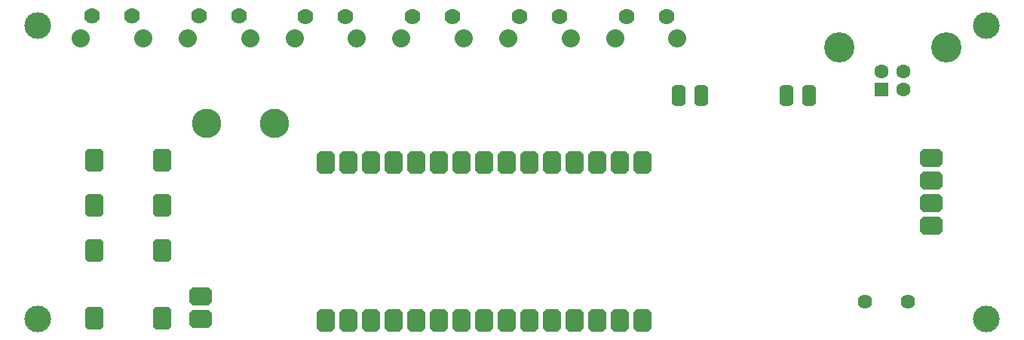
<source format=gbr>
G04 DipTrace 4.1.0.0*
G04 TopMask.gbr*
%MOIN*%
G04 #@! TF.FileFunction,Soldermask,Top*
G04 #@! TF.Part,Single*
%AMOUTLINE1*
4,1,40,
-0.029526,-0.029615,
-0.029529,0.029613,
-0.029296,0.032262,
-0.028587,0.034915,
-0.027425,0.037405,
-0.02585,0.039654,
-0.023908,0.041595,
-0.021659,0.043171,
-0.019169,0.044333,
-0.016517,0.045042,
-0.013867,0.045275,
0.013864,0.045276,
0.016513,0.045044,
0.019166,0.044334,
0.021656,0.043173,
0.023905,0.041597,
0.025847,0.039656,
0.027422,0.037407,
0.028584,0.034917,
0.029294,0.032264,
0.029526,0.029615,
0.029529,-0.029613,
0.029296,-0.032262,
0.028587,-0.034915,
0.027425,-0.037405,
0.02585,-0.039654,
0.023908,-0.041595,
0.021659,-0.043171,
0.019169,-0.044333,
0.016517,-0.045042,
0.013867,-0.045275,
-0.013864,-0.045276,
-0.016513,-0.045044,
-0.019166,-0.044334,
-0.021656,-0.043173,
-0.023905,-0.041597,
-0.025847,-0.039656,
-0.027422,-0.037407,
-0.028584,-0.034917,
-0.029294,-0.032264,
-0.029526,-0.029615,
0*%
%AMOUTLINE4*
4,1,28,
0.018879,-0.049469,
-0.018879,-0.049469,
-0.024117,-0.048779,
-0.029118,-0.046707,
-0.033412,-0.043412,
-0.036707,-0.039118,
-0.038779,-0.034117,
-0.039469,-0.028879,
-0.039469,0.028879,
-0.038779,0.034117,
-0.036707,0.039118,
-0.033412,0.043412,
-0.029118,0.046707,
-0.024117,0.048779,
-0.018879,0.049469,
0.018879,0.049469,
0.024117,0.048779,
0.029118,0.046707,
0.033412,0.043412,
0.036707,0.039118,
0.038779,0.034117,
0.039469,0.028879,
0.039469,-0.028879,
0.038779,-0.034117,
0.036707,-0.039118,
0.033412,-0.043412,
0.029118,-0.046707,
0.024117,-0.048779,
0.018879,-0.049469,
0*%
%AMOUTLINE7*
4,1,28,
0.049469,0.018879,
0.049469,-0.018879,
0.048779,-0.024117,
0.046707,-0.029118,
0.043412,-0.033412,
0.039118,-0.036707,
0.034117,-0.038779,
0.028879,-0.039469,
-0.028879,-0.039469,
-0.034117,-0.038779,
-0.039118,-0.036707,
-0.043412,-0.033412,
-0.046707,-0.029118,
-0.048779,-0.024117,
-0.049469,-0.018879,
-0.049469,0.018879,
-0.048779,0.024117,
-0.046707,0.029118,
-0.043412,0.033412,
-0.039118,0.036707,
-0.034117,0.038779,
-0.028879,0.039469,
0.028879,0.039469,
0.034117,0.038779,
0.039118,0.036707,
0.043412,0.033412,
0.046707,0.029118,
0.048779,0.024117,
0.049469,0.018879,
0*%
%AMOUTLINE10*
4,1,28,
-0.049468,-0.018881,
-0.049469,0.018877,
-0.04878,0.024115,
-0.046708,0.029116,
-0.043413,0.033411,
-0.039119,0.036706,
-0.034118,0.038778,
-0.02888,0.039468,
0.028878,0.039469,
0.034115,0.03878,
0.039117,0.036709,
0.043411,0.033414,
0.046706,0.029119,
0.048778,0.024118,
0.049468,0.018881,
0.049469,-0.018877,
0.04878,-0.024115,
0.046708,-0.029116,
0.043413,-0.033411,
0.039119,-0.036706,
0.034118,-0.038778,
0.02888,-0.039468,
-0.028878,-0.039469,
-0.034115,-0.03878,
-0.039117,-0.036709,
-0.043411,-0.033414,
-0.046706,-0.029119,
-0.048778,-0.024118,
-0.049468,-0.018881,
0*%
%AMOUTLINE13*
4,1,40,
0.019771,-0.051181,
-0.019771,-0.051181,
-0.023447,-0.050859,
-0.027093,-0.049882,
-0.030515,-0.048286,
-0.033609,-0.046122,
-0.036279,-0.043451,
-0.038444,-0.040358,
-0.040039,-0.036936,
-0.041017,-0.03329,
-0.041339,-0.029614,
-0.041339,0.029614,
-0.041017,0.03329,
-0.040039,0.036936,
-0.038444,0.040358,
-0.036279,0.043451,
-0.033609,0.046122,
-0.030515,0.048286,
-0.027093,0.049882,
-0.023447,0.050859,
-0.019771,0.051181,
0.019771,0.051181,
0.023447,0.050859,
0.027093,0.049882,
0.030515,0.048286,
0.033609,0.046122,
0.036279,0.043451,
0.038444,0.040358,
0.040039,0.036936,
0.041017,0.03329,
0.041339,0.029614,
0.041339,-0.029614,
0.041017,-0.03329,
0.040039,-0.036936,
0.038444,-0.040358,
0.036279,-0.043451,
0.033609,-0.046122,
0.030515,-0.048286,
0.027093,-0.049882,
0.023447,-0.050859,
0.019771,-0.051181,
0*%
%ADD26C,0.07*%
%ADD27C,0.08*%
%ADD34C,0.129921*%
%ADD43C,0.11811*%
%ADD55C,0.063937*%
%ADD71C,0.133858*%
%ADD72R,0.062992X0.062992*%
%ADD74C,0.062992*%
%ADD93OUTLINE1*%
%ADD96OUTLINE4*%
%ADD99OUTLINE7*%
%ADD102OUTLINE10*%
%ADD105OUTLINE13*%
%FSLAX26Y26*%
G04*
G70*
G90*
G75*
G01*
G04 TopMask*
%LPD*%
D34*
X1598803Y1414977D3*
X1298803Y1414992D3*
D93*
X3483787Y1540822D3*
X3383787Y1540818D3*
X3961178Y1541113D3*
X3861178Y1541110D3*
D26*
X3329865Y1891100D3*
X3152699D3*
D27*
X3103487Y1792675D3*
X3379096D3*
D26*
X2857440Y1891100D3*
X2680274D3*
D27*
X2631062Y1792675D3*
X2906671D3*
D26*
X2384999Y1891100D3*
X2207833D3*
D27*
X2158621Y1792675D3*
X2434230D3*
D26*
X1912558Y1891100D3*
X1735392D3*
D27*
X1686180Y1792675D3*
X1961789D3*
D26*
X1440126Y1892350D3*
X1262961D3*
D27*
X1213748Y1793925D3*
X1489357D3*
D26*
X967685Y1892350D3*
X790520D3*
D27*
X741307Y1793925D3*
X1016916D3*
D96*
X2325219Y1243626D3*
X2225219D3*
X1925222D3*
X1825222D3*
X2123642D3*
X2023642D3*
X3223644D3*
X3123644D3*
X3023644D3*
X2923644D3*
X2823644D3*
X2723644D3*
X2623644D3*
X2523644D3*
X2423644D3*
D99*
X1272531Y650877D3*
Y550877D3*
D96*
X2325219Y543626D3*
X2225219D3*
X1925222D3*
X1825222D3*
X2123642D3*
X2023642D3*
X3223644D3*
X3123644D3*
X3023644D3*
X2923644D3*
X2823644D3*
X2723644D3*
X2623644D3*
X2523644D3*
X2423644D3*
D102*
X4501170Y964453D3*
X4501167Y1064453D3*
X4501164Y1164453D3*
X4501160Y1264453D3*
D43*
X551181Y551181D3*
X4744094D3*
Y1850394D3*
X551181D3*
D74*
X4379173Y1644899D3*
X4280748D3*
D72*
Y1566159D3*
D74*
X4379173D3*
D71*
X4566969Y1751592D3*
X4092953D3*
D105*
X799743Y552877D3*
Y852877D3*
Y1052877D3*
Y1252877D3*
X1099743Y852877D3*
Y552877D3*
Y1052877D3*
Y1252877D3*
D55*
X4209315Y627245D3*
X4399315Y627251D3*
M02*

</source>
